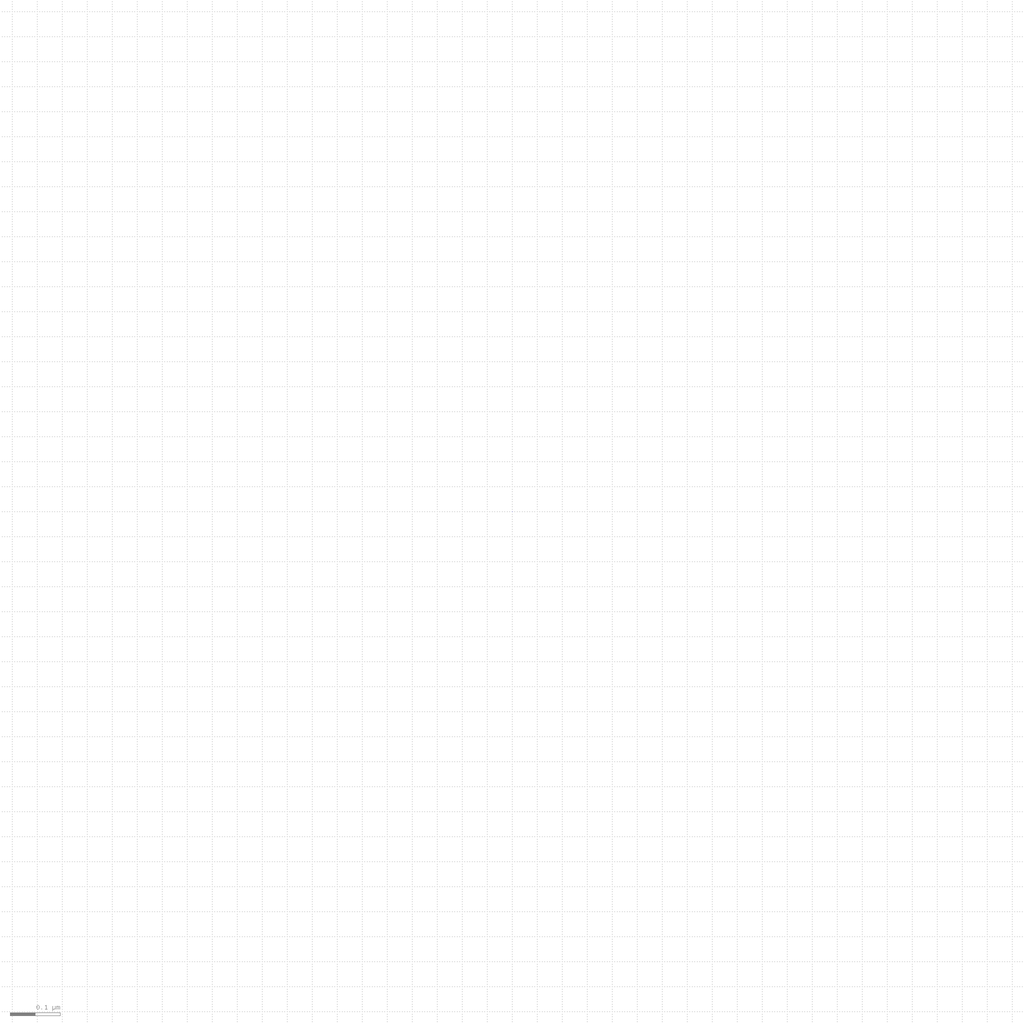
<source format=lef>
###############################################################################
#TSMC Library/IP Product
#Filename: antenna_8.lef
#Technology: CL013G
#Product Type: Standard I/O
#Product Name: tpd013n3
#Version: 210a
###############################################################################
# 
#STATEMENT OF USE
#
#This information contains confidential and proprietary information of TSMC.
#No part of this information may be reproduced, transmitted, transcribed,
#stored in a retrieval system, or translated into any human or computer
#language, in any form or by any means, electronic, mechanical, magnetic,
#optical, chemical, manual, or otherwise, without the prior written permission
#of TSMC. This information was prepared for informational purpose and is for
#use by TSMC's customers only. TSMC reserves the right to make changes in the
#information at any time and without notice.
# 
###############################################################################

LAYER METAL1
    Thickness 0.260000 ;
    AntennaCumAreaRatio 600.000000 ;
    AntennaCumDiffAreaRatio PWL ( ( 0 600 ) ( 0.159 600 ) ( 0.160 43072.96 ) ( 0.5 43228 ) ( 1 43456 ) ( 1.5 43684 ) ) ;
END METAL1

LAYER METAL2
    Thickness 0.350000 ;
    AntennaCumAreaRatio 600.000000 ;
    AntennaCumDiffAreaRatio PWL ( ( 0 600 ) ( 0.159 600 ) ( 0.160 43072.96 ) ( 0.5 43228 ) ( 1 43456 ) ( 1.5 43684 ) ) ;
END METAL2

LAYER METAL3
    Thickness 0.350000 ;
    AntennaCumAreaRatio 600.000000 ;
    AntennaCumDiffAreaRatio PWL ( ( 0 600 ) ( 0.159 600 ) ( 0.160 43072.96 ) ( 0.5 43228 ) ( 1 43456 ) ( 1.5 43684 ) ) ;
END METAL3

LAYER METAL4
    Thickness 0.350000 ;
    AntennaCumAreaRatio 600.000000 ;
    AntennaCumDiffAreaRatio PWL ( ( 0 600 ) ( 0.159 600 ) ( 0.160 43072.96 ) ( 0.5 43228 ) ( 1 43456 ) ( 1.5 43684 ) ) ;
END METAL4

LAYER METAL5
    Thickness 0.350000 ;
    AntennaCumAreaRatio 600.000000 ;
    AntennaCumDiffAreaRatio PWL ( ( 0 600 ) ( 0.159 600 ) ( 0.160 43072.96 ) ( 0.5 43228 ) ( 1 43456 ) ( 1.5 43684 ) ) ;
END METAL5

LAYER METAL6
    Thickness 0.350000 ;
    AntennaCumAreaRatio 600.000000 ;
    AntennaCumDiffAreaRatio PWL ( ( 0 600 ) ( 0.159 600 ) ( 0.160 43072.96 ) ( 0.5 43228 ) ( 1 43456 ) ( 1.5 43684 ) ) ;
END METAL6

LAYER METAL7
    Thickness 0.350000 ;
    AntennaCumAreaRatio 600.000000 ;
    AntennaCumDiffAreaRatio PWL ( ( 0 600 ) ( 0.159 600 ) ( 0.160 43072.96 ) ( 0.5 43228 ) ( 1 43456 ) ( 1.5 43684 ) ) ;
END METAL7

LAYER METAL8
    Thickness 0.900000 ;
    AntennaCumAreaRatio 600.000000 ;
    AntennaCumDiffAreaRatio PWL ( ( 0 600 ) ( 0.159 600 ) ( 0.160 51280 ) ( 0.5 54000 ) ( 1 58000 ) ( 1.5 62000 ) ) ;
END METAL8

LAYER VIA12
    AntennaAreaRatio 20.000000 ;
    AntennaDiffAreaRatio PWL ( ( 0 20 ) ( 0.159 20 ) ( 0.160 933.6 ) ( 0.5 1005 ) ( 1 1110 ) ( 1.5 1215 ) ) ;
END VIA12

LAYER VIA23
    AntennaAreaRatio 20.000000 ;
    AntennaDiffAreaRatio PWL ( ( 0 20 ) ( 0.159 20 ) ( 0.160 933.6 ) ( 0.5 1005 ) ( 1 1110 ) ( 1.5 1215 ) ) ;
END VIA23

LAYER VIA34
    AntennaAreaRatio 20.000000 ;
    AntennaDiffAreaRatio PWL ( ( 0 20 ) ( 0.159 20 ) ( 0.160 933.6 ) ( 0.5 1005 ) ( 1 1110 ) ( 1.5 1215 ) ) ;
END VIA34

LAYER VIA45
    AntennaAreaRatio 20.000000 ;
    AntennaDiffAreaRatio PWL ( ( 0 20 ) ( 0.159 20 ) ( 0.160 933.6 ) ( 0.5 1005 ) ( 1 1110 ) ( 1.5 1215 ) ) ;
END VIA45

LAYER VIA56
    AntennaAreaRatio 20.000000 ;
    AntennaDiffAreaRatio PWL ( ( 0 20 ) ( 0.159 20 ) ( 0.160 933.6 ) ( 0.5 1005 ) ( 1 1110 ) ( 1.5 1215 ) ) ;
END VIA56

LAYER VIA67
    AntennaAreaRatio 20.000000 ;
    AntennaDiffAreaRatio PWL ( ( 0 20 ) ( 0.159 20 ) ( 0.160 933.6 ) ( 0.5 1005 ) ( 1 1110 ) ( 1.5 1215 ) ) ;
END VIA67

LAYER VIA78
    AntennaAreaRatio 20.000000 ;
    AntennaDiffAreaRatio PWL ( ( 0 20 ) ( 0.159 20 ) ( 0.160 933.6 ) ( 0.5 1005 ) ( 1 1110 ) ( 1.5 1215 ) ) ;
END VIA78

MACRO PDC0102CDG
    PIN C
        AntennaDiffArea 5.340000 ;
    END C
    PIN DS
        AntennaGateArea 4.850000 ;
    END DS
    PIN I
        AntennaGateArea 4.500000 ;
    END I
    PIN IE
        AntennaGateArea 6.500000 ;
    END IE
    PIN OEN
        AntennaGateArea 3.750000 ;
    END OEN
    PIN PAD
        AntennaGateArea 8.000000 ;
        AntennaDiffArea 2147.310000 ;
    END PAD
    PIN PE
        AntennaGateArea 3.000000 ;
    END PE
    PIN PS
        AntennaGateArea 3.600000 ;
    END PS
END PDC0102CDG

MACRO PDC0204CDG
    PIN C
        AntennaDiffArea 5.340000 ;
    END C
    PIN DS
        AntennaGateArea 4.850000 ;
    END DS
    PIN I
        AntennaGateArea 4.500000 ;
    END I
    PIN IE
        AntennaGateArea 6.500000 ;
    END IE
    PIN OEN
        AntennaGateArea 3.750000 ;
    END OEN
    PIN PAD
        AntennaGateArea 8.000000 ;
        AntennaDiffArea 2157.810000 ;
    END PAD
    PIN PE
        AntennaGateArea 3.000000 ;
    END PE
    PIN PS
        AntennaGateArea 3.600000 ;
    END PS
END PDC0204CDG

MACRO PDC0408CDG
    PIN C
        AntennaDiffArea 5.340000 ;
    END C
    PIN DS
        AntennaGateArea 4.850000 ;
    END DS
    PIN I
        AntennaGateArea 4.500000 ;
    END I
    PIN IE
        AntennaGateArea 6.500000 ;
    END IE
    PIN OEN
        AntennaGateArea 3.750000 ;
    END OEN
    PIN PAD
        AntennaGateArea 8.000000 ;
        AntennaDiffArea 2333.370000 ;
    END PAD
    PIN PE
        AntennaGateArea 3.000000 ;
    END PE
    PIN PS
        AntennaGateArea 3.600000 ;
    END PS
END PDC0408CDG

MACRO PDC1216CDG
    PIN C
        AntennaDiffArea 5.340000 ;
    END C
    PIN DS
        AntennaGateArea 4.850000 ;
    END DS
    PIN I
        AntennaGateArea 4.500000 ;
    END I
    PIN IE
        AntennaGateArea 6.500000 ;
    END IE
    PIN OEN
        AntennaGateArea 3.750000 ;
    END OEN
    PIN PAD
        AntennaGateArea 8.000000 ;
        AntennaDiffArea 2054.920000 ;
    END PAD
    PIN PE
        AntennaGateArea 3.000000 ;
    END PE
    PIN PS
        AntennaGateArea 3.600000 ;
    END PS
END PDC1216CDG

MACRO PDS0102CDG
    PIN C
        AntennaDiffArea 5.340000 ;
    END C
    PIN DS
        AntennaGateArea 4.850000 ;
    END DS
    PIN I
        AntennaGateArea 4.500000 ;
    END I
    PIN IE
        AntennaGateArea 6.500000 ;
    END IE
    PIN OEN
        AntennaGateArea 3.750000 ;
    END OEN
    PIN PAD
        AntennaGateArea 19.200000 ;
        AntennaDiffArea 2147.310000 ;
    END PAD
    PIN PE
        AntennaGateArea 3.000000 ;
    END PE
    PIN PS
        AntennaGateArea 3.600000 ;
    END PS
END PDS0102CDG

MACRO PDS0204CDG
    PIN C
        AntennaDiffArea 5.340000 ;
    END C
    PIN DS
        AntennaGateArea 4.850000 ;
    END DS
    PIN I
        AntennaGateArea 4.500000 ;
    END I
    PIN IE
        AntennaGateArea 6.500000 ;
    END IE
    PIN OEN
        AntennaGateArea 3.750000 ;
    END OEN
    PIN PAD
        AntennaGateArea 19.200000 ;
        AntennaDiffArea 2157.810000 ;
    END PAD
    PIN PE
        AntennaGateArea 3.000000 ;
    END PE
    PIN PS
        AntennaGateArea 3.600000 ;
    END PS
END PDS0204CDG

MACRO PDS0408CDG
    PIN C
        AntennaDiffArea 5.340000 ;
    END C
    PIN DS
        AntennaGateArea 4.850000 ;
    END DS
    PIN I
        AntennaGateArea 4.500000 ;
    END I
    PIN IE
        AntennaGateArea 6.500000 ;
    END IE
    PIN OEN
        AntennaGateArea 3.750000 ;
    END OEN
    PIN PAD
        AntennaGateArea 19.200000 ;
        AntennaDiffArea 2333.370000 ;
    END PAD
    PIN PE
        AntennaGateArea 3.000000 ;
    END PE
    PIN PS
        AntennaGateArea 3.600000 ;
    END PS
END PDS0408CDG

MACRO PDS1216CDG
    PIN C
        AntennaDiffArea 5.340000 ;
    END C
    PIN DS
        AntennaGateArea 4.850000 ;
    END DS
    PIN I
        AntennaGateArea 4.500000 ;
    END I
    PIN IE
        AntennaGateArea 6.500000 ;
    END IE
    PIN OEN
        AntennaGateArea 3.750000 ;
    END OEN
    PIN PAD
        AntennaGateArea 19.200000 ;
        AntennaDiffArea 2054.920000 ;
    END PAD
    PIN PE
        AntennaGateArea 3.000000 ;
    END PE
    PIN PS
        AntennaGateArea 3.600000 ;
    END PS
END PDS1216CDG

MACRO PRC0102CDG
    PIN C
        AntennaDiffArea 5.340000 ;
    END C
    PIN DS
        AntennaGateArea 4.850000 ;
    END DS
    PIN I
        AntennaGateArea 4.500000 ;
    END I
    PIN IE
        AntennaGateArea 6.500000 ;
    END IE
    PIN OEN
        AntennaGateArea 3.750000 ;
    END OEN
    PIN PAD
        AntennaGateArea 8.000000 ;
        AntennaDiffArea 2147.310000 ;
    END PAD
    PIN PE
        AntennaGateArea 3.000000 ;
    END PE
    PIN PS
        AntennaGateArea 3.600000 ;
    END PS
END PRC0102CDG

MACRO PRC0204CDG
    PIN C
        AntennaDiffArea 5.340000 ;
    END C
    PIN DS
        AntennaGateArea 4.850000 ;
    END DS
    PIN I
        AntennaGateArea 4.500000 ;
    END I
    PIN IE
        AntennaGateArea 6.500000 ;
    END IE
    PIN OEN
        AntennaGateArea 3.750000 ;
    END OEN
    PIN PAD
        AntennaGateArea 8.000000 ;
        AntennaDiffArea 2157.810000 ;
    END PAD
    PIN PE
        AntennaGateArea 3.000000 ;
    END PE
    PIN PS
        AntennaGateArea 3.600000 ;
    END PS
END PRC0204CDG

MACRO PRC0408CDG
    PIN C
        AntennaDiffArea 5.340000 ;
    END C
    PIN DS
        AntennaGateArea 4.850000 ;
    END DS
    PIN I
        AntennaGateArea 4.500000 ;
    END I
    PIN IE
        AntennaGateArea 6.500000 ;
    END IE
    PIN OEN
        AntennaGateArea 3.750000 ;
    END OEN
    PIN PAD
        AntennaGateArea 8.000000 ;
        AntennaDiffArea 2333.370000 ;
    END PAD
    PIN PE
        AntennaGateArea 3.000000 ;
    END PE
    PIN PS
        AntennaGateArea 3.600000 ;
    END PS
END PRC0408CDG

MACRO PRC1216CDG
    PIN C
        AntennaDiffArea 5.340000 ;
    END C
    PIN DS
        AntennaGateArea 4.850000 ;
    END DS
    PIN I
        AntennaGateArea 4.500000 ;
    END I
    PIN IE
        AntennaGateArea 6.500000 ;
    END IE
    PIN OEN
        AntennaGateArea 3.750000 ;
    END OEN
    PIN PAD
        AntennaGateArea 8.000000 ;
        AntennaDiffArea 2054.920000 ;
    END PAD
    PIN PE
        AntennaGateArea 3.000000 ;
    END PE
    PIN PS
        AntennaGateArea 3.600000 ;
    END PS
END PRC1216CDG

MACRO PRS0102CDG
    PIN C
        AntennaDiffArea 5.340000 ;
    END C
    PIN DS
        AntennaGateArea 4.850000 ;
    END DS
    PIN I
        AntennaGateArea 4.500000 ;
    END I
    PIN IE
        AntennaGateArea 6.500000 ;
    END IE
    PIN OEN
        AntennaGateArea 3.750000 ;
    END OEN
    PIN PAD
        AntennaGateArea 19.200000 ;
        AntennaDiffArea 2147.310000 ;
    END PAD
    PIN PE
        AntennaGateArea 3.000000 ;
    END PE
    PIN PS
        AntennaGateArea 3.600000 ;
    END PS
END PRS0102CDG

MACRO PRS0204CDG
    PIN C
        AntennaDiffArea 5.340000 ;
    END C
    PIN DS
        AntennaGateArea 4.850000 ;
    END DS
    PIN I
        AntennaGateArea 4.500000 ;
    END I
    PIN IE
        AntennaGateArea 6.500000 ;
    END IE
    PIN OEN
        AntennaGateArea 3.750000 ;
    END OEN
    PIN PAD
        AntennaGateArea 19.200000 ;
        AntennaDiffArea 2157.810000 ;
    END PAD
    PIN PE
        AntennaGateArea 3.000000 ;
    END PE
    PIN PS
        AntennaGateArea 3.600000 ;
    END PS
END PRS0204CDG

MACRO PRS0408CDG
    PIN C
        AntennaDiffArea 5.340000 ;
    END C
    PIN DS
        AntennaGateArea 4.850000 ;
    END DS
    PIN I
        AntennaGateArea 4.500000 ;
    END I
    PIN IE
        AntennaGateArea 6.500000 ;
    END IE
    PIN OEN
        AntennaGateArea 3.750000 ;
    END OEN
    PIN PAD
        AntennaGateArea 19.200000 ;
        AntennaDiffArea 2333.370000 ;
    END PAD
    PIN PE
        AntennaGateArea 3.000000 ;
    END PE
    PIN PS
        AntennaGateArea 3.600000 ;
    END PS
END PRS0408CDG

MACRO PRS1216CDG
    PIN C
        AntennaDiffArea 5.340000 ;
    END C
    PIN DS
        AntennaGateArea 4.850000 ;
    END DS
    PIN I
        AntennaGateArea 4.500000 ;
    END I
    PIN IE
        AntennaGateArea 6.500000 ;
    END IE
    PIN OEN
        AntennaGateArea 3.750000 ;
    END OEN
    PIN PAD
        AntennaGateArea 19.200000 ;
        AntennaDiffArea 2054.920000 ;
    END PAD
    PIN PE
        AntennaGateArea 3.000000 ;
    END PE
    PIN PS
        AntennaGateArea 3.600000 ;
    END PS
END PRS1216CDG

MACRO PVDD1CDG
    PIN VDD
        AntennaDiffArea 1816.634000 ;
    END VDD
END PVDD1CDG

MACRO PVSS1CDG
    PIN VSS
        AntennaDiffArea 1908.552000 ;
    END VSS
END PVSS1CDG

MACRO PVSS3CDG
    PIN VSS
        AntennaDiffArea 1568.138000 ;
    END VSS
END PVSS3CDG

MACRO PXOE1CDG
    PIN XC
        AntennaDiffArea 6.720000 ;
    END XC
    PIN XE
        AntennaGateArea 4.850000 ;
    END XE
    PIN XI
        AntennaGateArea 74.000000 ;
        AntennaDiffArea 2330.720000 ;
    END XI
    PIN XO
        AntennaGateArea 14.400000 ;
        AntennaDiffArea 1975.460000 ;
    END XO
END PXOE1CDG

MACRO PXOE2CDG
    PIN XC
        AntennaDiffArea 6.720000 ;
    END XC
    PIN XE
        AntennaGateArea 4.850000 ;
    END XE
    PIN XI
        AntennaGateArea 74.000000 ;
        AntennaDiffArea 2330.720000 ;
    END XI
    PIN XO
        AntennaGateArea 14.400000 ;
        AntennaDiffArea 1975.460000 ;
    END XO
END PXOE2CDG

END LIBRARY

</source>
